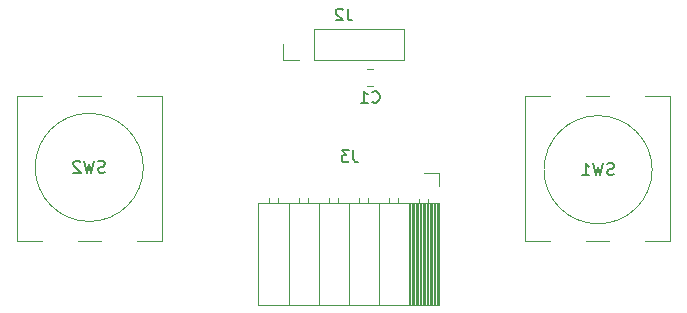
<source format=gbo>
G04 #@! TF.GenerationSoftware,KiCad,Pcbnew,(6.0.4)*
G04 #@! TF.CreationDate,2022-03-24T17:43:32+01:00*
G04 #@! TF.ProjectId,MT32pi-MiSTer,4d543332-7069-42d4-9d69-535465722e6b,rev?*
G04 #@! TF.SameCoordinates,Original*
G04 #@! TF.FileFunction,Legend,Bot*
G04 #@! TF.FilePolarity,Positive*
%FSLAX46Y46*%
G04 Gerber Fmt 4.6, Leading zero omitted, Abs format (unit mm)*
G04 Created by KiCad (PCBNEW (6.0.4)) date 2022-03-24 17:43:32*
%MOMM*%
%LPD*%
G01*
G04 APERTURE LIST*
%ADD10C,0.150000*%
%ADD11C,0.120000*%
G04 APERTURE END LIST*
D10*
X135373333Y-99504761D02*
X135230476Y-99552380D01*
X134992380Y-99552380D01*
X134897142Y-99504761D01*
X134849523Y-99457142D01*
X134801904Y-99361904D01*
X134801904Y-99266666D01*
X134849523Y-99171428D01*
X134897142Y-99123809D01*
X134992380Y-99076190D01*
X135182857Y-99028571D01*
X135278095Y-98980952D01*
X135325714Y-98933333D01*
X135373333Y-98838095D01*
X135373333Y-98742857D01*
X135325714Y-98647619D01*
X135278095Y-98600000D01*
X135182857Y-98552380D01*
X134944761Y-98552380D01*
X134801904Y-98600000D01*
X134468571Y-98552380D02*
X134230476Y-99552380D01*
X134040000Y-98838095D01*
X133849523Y-99552380D01*
X133611428Y-98552380D01*
X132706666Y-99552380D02*
X133278095Y-99552380D01*
X132992380Y-99552380D02*
X132992380Y-98552380D01*
X133087619Y-98695238D01*
X133182857Y-98790476D01*
X133278095Y-98838095D01*
X114916666Y-93337142D02*
X114964285Y-93384761D01*
X115107142Y-93432380D01*
X115202380Y-93432380D01*
X115345238Y-93384761D01*
X115440476Y-93289523D01*
X115488095Y-93194285D01*
X115535714Y-93003809D01*
X115535714Y-92860952D01*
X115488095Y-92670476D01*
X115440476Y-92575238D01*
X115345238Y-92480000D01*
X115202380Y-92432380D01*
X115107142Y-92432380D01*
X114964285Y-92480000D01*
X114916666Y-92527619D01*
X113964285Y-93432380D02*
X114535714Y-93432380D01*
X114250000Y-93432380D02*
X114250000Y-92432380D01*
X114345238Y-92575238D01*
X114440476Y-92670476D01*
X114535714Y-92718095D01*
X92293333Y-99304761D02*
X92150476Y-99352380D01*
X91912380Y-99352380D01*
X91817142Y-99304761D01*
X91769523Y-99257142D01*
X91721904Y-99161904D01*
X91721904Y-99066666D01*
X91769523Y-98971428D01*
X91817142Y-98923809D01*
X91912380Y-98876190D01*
X92102857Y-98828571D01*
X92198095Y-98780952D01*
X92245714Y-98733333D01*
X92293333Y-98638095D01*
X92293333Y-98542857D01*
X92245714Y-98447619D01*
X92198095Y-98400000D01*
X92102857Y-98352380D01*
X91864761Y-98352380D01*
X91721904Y-98400000D01*
X91388571Y-98352380D02*
X91150476Y-99352380D01*
X90960000Y-98638095D01*
X90769523Y-99352380D01*
X90531428Y-98352380D01*
X90198095Y-98447619D02*
X90150476Y-98400000D01*
X90055238Y-98352380D01*
X89817142Y-98352380D01*
X89721904Y-98400000D01*
X89674285Y-98447619D01*
X89626666Y-98542857D01*
X89626666Y-98638095D01*
X89674285Y-98780952D01*
X90245714Y-99352380D01*
X89626666Y-99352380D01*
X112833333Y-85452380D02*
X112833333Y-86166666D01*
X112880952Y-86309523D01*
X112976190Y-86404761D01*
X113119047Y-86452380D01*
X113214285Y-86452380D01*
X112404761Y-85547619D02*
X112357142Y-85500000D01*
X112261904Y-85452380D01*
X112023809Y-85452380D01*
X111928571Y-85500000D01*
X111880952Y-85547619D01*
X111833333Y-85642857D01*
X111833333Y-85738095D01*
X111880952Y-85880952D01*
X112452380Y-86452380D01*
X111833333Y-86452380D01*
X113333333Y-97452380D02*
X113333333Y-98166666D01*
X113380952Y-98309523D01*
X113476190Y-98404761D01*
X113619047Y-98452380D01*
X113714285Y-98452380D01*
X112952380Y-97452380D02*
X112333333Y-97452380D01*
X112666666Y-97833333D01*
X112523809Y-97833333D01*
X112428571Y-97880952D01*
X112380952Y-97928571D01*
X112333333Y-98023809D01*
X112333333Y-98261904D01*
X112380952Y-98357142D01*
X112428571Y-98404761D01*
X112523809Y-98452380D01*
X112809523Y-98452380D01*
X112904761Y-98404761D01*
X112952380Y-98357142D01*
D11*
X140150000Y-92850000D02*
X138030000Y-92850000D01*
X133030000Y-105150000D02*
X134970000Y-105150000D01*
X127850000Y-92850000D02*
X127850000Y-105150000D01*
X127850000Y-105150000D02*
X129970000Y-105150000D01*
X140150000Y-105150000D02*
X140150000Y-92850000D01*
X134970000Y-92850000D02*
X133030000Y-92850000D01*
X129970000Y-92850000D02*
X127850000Y-92850000D01*
X138030000Y-105150000D02*
X140150000Y-105150000D01*
X138619050Y-99100000D02*
G75*
G03*
X138619050Y-99100000I-4579050J0D01*
G01*
X114488748Y-92035000D02*
X115011252Y-92035000D01*
X114488748Y-90565000D02*
X115011252Y-90565000D01*
X95030000Y-105150000D02*
X97150000Y-105150000D01*
X84850000Y-105150000D02*
X86970000Y-105150000D01*
X91970000Y-92850000D02*
X90030000Y-92850000D01*
X97150000Y-92850000D02*
X95030000Y-92850000D01*
X90030000Y-105150000D02*
X91970000Y-105150000D01*
X97150000Y-105150000D02*
X97150000Y-92850000D01*
X84850000Y-92850000D02*
X84850000Y-105150000D01*
X86970000Y-92850000D02*
X84850000Y-92850000D01*
X95539050Y-98900000D02*
G75*
G03*
X95539050Y-98900000I-4579050J0D01*
G01*
X109960000Y-87160000D02*
X109960000Y-89820000D01*
X107360000Y-89820000D02*
X108690000Y-89820000D01*
X117640000Y-87160000D02*
X117640000Y-89820000D01*
X107360000Y-88490000D02*
X107360000Y-89820000D01*
X109960000Y-87160000D02*
X117640000Y-87160000D01*
X109960000Y-89820000D02*
X117640000Y-89820000D01*
X112020000Y-101910000D02*
X112020000Y-101500000D01*
X105250000Y-110540000D02*
X105250000Y-101910000D01*
X118010000Y-110540000D02*
X118010000Y-101910000D01*
X114560000Y-101910000D02*
X114560000Y-101500000D01*
X118364290Y-110540000D02*
X118364290Y-101910000D01*
X118718575Y-110540000D02*
X118718575Y-101910000D01*
X120017620Y-110540000D02*
X120017620Y-101910000D01*
X119545240Y-110540000D02*
X119545240Y-101910000D01*
X118920000Y-101910000D02*
X118920000Y-101560000D01*
X118600480Y-110540000D02*
X118600480Y-101910000D01*
X113840000Y-101910000D02*
X113840000Y-101500000D01*
X120490000Y-110540000D02*
X120490000Y-101910000D01*
X119663335Y-110540000D02*
X119663335Y-101910000D01*
X119427145Y-110540000D02*
X119427145Y-101910000D01*
X119190955Y-110540000D02*
X119190955Y-101910000D01*
X116380000Y-101910000D02*
X116380000Y-101500000D01*
X120610000Y-99340000D02*
X119280000Y-99340000D01*
X118954765Y-110540000D02*
X118954765Y-101910000D01*
X118482385Y-110540000D02*
X118482385Y-101910000D01*
X120610000Y-100450000D02*
X120610000Y-99340000D01*
X112930000Y-110540000D02*
X112930000Y-101910000D01*
X120610000Y-110540000D02*
X105250000Y-110540000D01*
X109480000Y-101910000D02*
X109480000Y-101500000D01*
X119781430Y-110540000D02*
X119781430Y-101910000D01*
X108760000Y-101910000D02*
X108760000Y-101500000D01*
X106940000Y-101910000D02*
X106940000Y-101500000D01*
X118128100Y-110540000D02*
X118128100Y-101910000D01*
X120610000Y-110540000D02*
X120610000Y-101910000D01*
X120371905Y-110540000D02*
X120371905Y-101910000D01*
X118836670Y-110540000D02*
X118836670Y-101910000D01*
X120610000Y-101910000D02*
X105250000Y-101910000D01*
X118246195Y-110540000D02*
X118246195Y-101910000D01*
X117100000Y-101910000D02*
X117100000Y-101500000D01*
X115470000Y-110540000D02*
X115470000Y-101910000D01*
X119640000Y-101910000D02*
X119640000Y-101560000D01*
X120135715Y-110540000D02*
X120135715Y-101910000D01*
X110390000Y-110540000D02*
X110390000Y-101910000D01*
X119899525Y-110540000D02*
X119899525Y-101910000D01*
X119309050Y-110540000D02*
X119309050Y-101910000D01*
X119072860Y-110540000D02*
X119072860Y-101910000D01*
X111300000Y-101910000D02*
X111300000Y-101500000D01*
X107850000Y-110540000D02*
X107850000Y-101910000D01*
X106220000Y-101910000D02*
X106220000Y-101500000D01*
X120253810Y-110540000D02*
X120253810Y-101910000D01*
M02*

</source>
